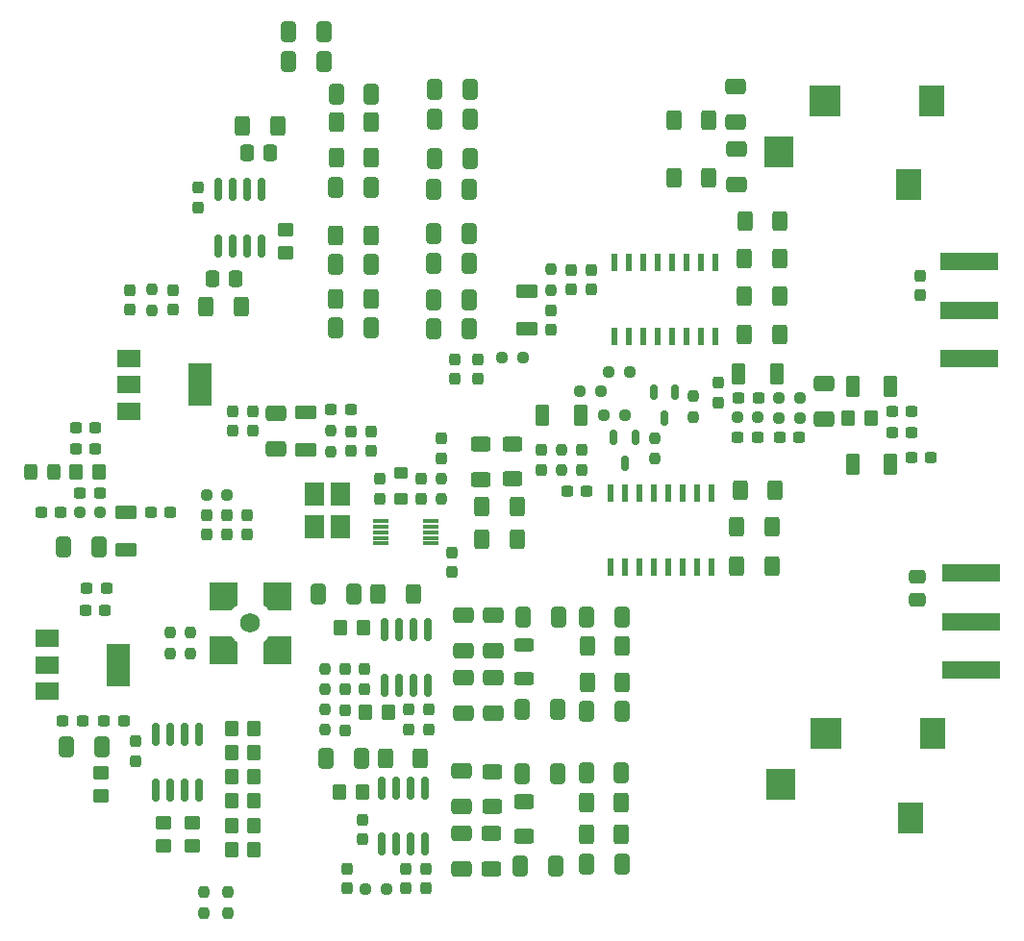
<source format=gbr>
%TF.GenerationSoftware,KiCad,Pcbnew,7.0.8*%
%TF.CreationDate,2023-11-11T12:02:15+01:00*%
%TF.ProjectId,Rhapsody_IQ,52686170-736f-4647-995f-49512e6b6963,rev?*%
%TF.SameCoordinates,Original*%
%TF.FileFunction,Paste,Top*%
%TF.FilePolarity,Positive*%
%FSLAX46Y46*%
G04 Gerber Fmt 4.6, Leading zero omitted, Abs format (unit mm)*
G04 Created by KiCad (PCBNEW 7.0.8) date 2023-11-11 12:02:15*
%MOMM*%
%LPD*%
G01*
G04 APERTURE LIST*
G04 Aperture macros list*
%AMRoundRect*
0 Rectangle with rounded corners*
0 $1 Rounding radius*
0 $2 $3 $4 $5 $6 $7 $8 $9 X,Y pos of 4 corners*
0 Add a 4 corners polygon primitive as box body*
4,1,4,$2,$3,$4,$5,$6,$7,$8,$9,$2,$3,0*
0 Add four circle primitives for the rounded corners*
1,1,$1+$1,$2,$3*
1,1,$1+$1,$4,$5*
1,1,$1+$1,$6,$7*
1,1,$1+$1,$8,$9*
0 Add four rect primitives between the rounded corners*
20,1,$1+$1,$2,$3,$4,$5,0*
20,1,$1+$1,$4,$5,$6,$7,0*
20,1,$1+$1,$6,$7,$8,$9,0*
20,1,$1+$1,$8,$9,$2,$3,0*%
G04 Aperture macros list end*
%ADD10C,0.001000*%
%ADD11RoundRect,0.137500X0.137500X-0.662500X0.137500X0.662500X-0.137500X0.662500X-0.137500X-0.662500X0*%
%ADD12RoundRect,0.250000X-0.412500X-0.650000X0.412500X-0.650000X0.412500X0.650000X-0.412500X0.650000X0*%
%ADD13RoundRect,0.237500X-0.237500X0.300000X-0.237500X-0.300000X0.237500X-0.300000X0.237500X0.300000X0*%
%ADD14RoundRect,0.250000X0.625000X-0.400000X0.625000X0.400000X-0.625000X0.400000X-0.625000X-0.400000X0*%
%ADD15RoundRect,0.250000X0.412500X0.650000X-0.412500X0.650000X-0.412500X-0.650000X0.412500X-0.650000X0*%
%ADD16RoundRect,0.250000X0.650000X-0.412500X0.650000X0.412500X-0.650000X0.412500X-0.650000X-0.412500X0*%
%ADD17RoundRect,0.237500X-0.237500X0.250000X-0.237500X-0.250000X0.237500X-0.250000X0.237500X0.250000X0*%
%ADD18RoundRect,0.237500X0.300000X0.237500X-0.300000X0.237500X-0.300000X-0.237500X0.300000X-0.237500X0*%
%ADD19RoundRect,0.237500X0.237500X-0.250000X0.237500X0.250000X-0.237500X0.250000X-0.237500X-0.250000X0*%
%ADD20RoundRect,0.237500X-0.300000X-0.237500X0.300000X-0.237500X0.300000X0.237500X-0.300000X0.237500X0*%
%ADD21RoundRect,0.150000X-0.150000X0.825000X-0.150000X-0.825000X0.150000X-0.825000X0.150000X0.825000X0*%
%ADD22RoundRect,0.250000X-0.400000X-0.625000X0.400000X-0.625000X0.400000X0.625000X-0.400000X0.625000X0*%
%ADD23R,1.400000X0.300000*%
%ADD24RoundRect,0.250000X-0.325000X-0.450000X0.325000X-0.450000X0.325000X0.450000X-0.325000X0.450000X0*%
%ADD25RoundRect,0.250000X-0.450000X0.350000X-0.450000X-0.350000X0.450000X-0.350000X0.450000X0.350000X0*%
%ADD26RoundRect,0.237500X-0.250000X-0.237500X0.250000X-0.237500X0.250000X0.237500X-0.250000X0.237500X0*%
%ADD27RoundRect,0.250000X0.362500X0.700000X-0.362500X0.700000X-0.362500X-0.700000X0.362500X-0.700000X0*%
%ADD28R,5.080000X1.500000*%
%ADD29RoundRect,0.250000X0.475000X-0.337500X0.475000X0.337500X-0.475000X0.337500X-0.475000X-0.337500X0*%
%ADD30R,1.800000X2.100000*%
%ADD31RoundRect,0.250000X0.400000X0.625000X-0.400000X0.625000X-0.400000X-0.625000X0.400000X-0.625000X0*%
%ADD32RoundRect,0.250000X0.350000X0.450000X-0.350000X0.450000X-0.350000X-0.450000X0.350000X-0.450000X0*%
%ADD33RoundRect,0.237500X0.250000X0.237500X-0.250000X0.237500X-0.250000X-0.237500X0.250000X-0.237500X0*%
%ADD34R,2.000000X1.500000*%
%ADD35R,2.000000X3.800000*%
%ADD36RoundRect,0.250000X-0.625000X0.400000X-0.625000X-0.400000X0.625000X-0.400000X0.625000X0.400000X0*%
%ADD37RoundRect,0.250000X-0.350000X-0.450000X0.350000X-0.450000X0.350000X0.450000X-0.350000X0.450000X0*%
%ADD38RoundRect,0.250000X-0.625000X0.312500X-0.625000X-0.312500X0.625000X-0.312500X0.625000X0.312500X0*%
%ADD39RoundRect,0.250000X-0.700000X0.362500X-0.700000X-0.362500X0.700000X-0.362500X0.700000X0.362500X0*%
%ADD40RoundRect,0.237500X0.237500X-0.300000X0.237500X0.300000X-0.237500X0.300000X-0.237500X-0.300000X0*%
%ADD41RoundRect,0.250000X0.700000X-0.362500X0.700000X0.362500X-0.700000X0.362500X-0.700000X-0.362500X0*%
%ADD42RoundRect,0.250000X0.450000X-0.350000X0.450000X0.350000X-0.450000X0.350000X-0.450000X-0.350000X0*%
%ADD43C,1.730000*%
%ADD44RoundRect,0.250000X-0.350000X0.275000X-0.350000X-0.275000X0.350000X-0.275000X0.350000X0.275000X0*%
%ADD45RoundRect,0.250000X-0.650000X0.412500X-0.650000X-0.412500X0.650000X-0.412500X0.650000X0.412500X0*%
%ADD46R,2.200000X2.800000*%
%ADD47R,2.800000X2.800000*%
%ADD48R,2.600000X2.800000*%
%ADD49RoundRect,0.250000X0.337500X0.475000X-0.337500X0.475000X-0.337500X-0.475000X0.337500X-0.475000X0*%
%ADD50RoundRect,0.150000X-0.150000X0.512500X-0.150000X-0.512500X0.150000X-0.512500X0.150000X0.512500X0*%
%ADD51RoundRect,0.150000X0.150000X-0.825000X0.150000X0.825000X-0.150000X0.825000X-0.150000X-0.825000X0*%
G04 APERTURE END LIST*
%TO.C,J401*%
D10*
X123890000Y-83056700D02*
X123763415Y-83152742D01*
X123538742Y-83377415D01*
X123442700Y-83504000D01*
X121540000Y-83504000D01*
X121540000Y-81149000D01*
X123890000Y-81149000D01*
X123890000Y-83056700D01*
G36*
X123890000Y-83056700D02*
G01*
X123763415Y-83152742D01*
X123538742Y-83377415D01*
X123442700Y-83504000D01*
X121540000Y-83504000D01*
X121540000Y-81149000D01*
X123890000Y-81149000D01*
X123890000Y-83056700D01*
G37*
X128650000Y-83504000D02*
X126747300Y-83504000D01*
X126651258Y-83377415D01*
X126426585Y-83152742D01*
X126300000Y-83056700D01*
X126300000Y-81149000D01*
X128650000Y-81149000D01*
X128650000Y-83504000D01*
G36*
X128650000Y-83504000D02*
G01*
X126747300Y-83504000D01*
X126651258Y-83377415D01*
X126426585Y-83152742D01*
X126300000Y-83056700D01*
X126300000Y-81149000D01*
X128650000Y-81149000D01*
X128650000Y-83504000D01*
G37*
X123538742Y-86040585D02*
X123763415Y-86265258D01*
X123890000Y-86361300D01*
X123890000Y-88269000D01*
X121540000Y-88269000D01*
X121540000Y-85914000D01*
X123442700Y-85914000D01*
X123538742Y-86040585D01*
G36*
X123538742Y-86040585D02*
G01*
X123763415Y-86265258D01*
X123890000Y-86361300D01*
X123890000Y-88269000D01*
X121540000Y-88269000D01*
X121540000Y-85914000D01*
X123442700Y-85914000D01*
X123538742Y-86040585D01*
G37*
X128650000Y-88269000D02*
X126300000Y-88269000D01*
X126300000Y-86361300D01*
X126426585Y-86265258D01*
X126651258Y-86040585D01*
X126747300Y-85914000D01*
X128650000Y-85914000D01*
X128650000Y-88269000D01*
G36*
X128650000Y-88269000D02*
G01*
X126300000Y-88269000D01*
X126300000Y-86361300D01*
X126426585Y-86265258D01*
X126651258Y-86040585D01*
X126747300Y-85914000D01*
X128650000Y-85914000D01*
X128650000Y-88269000D01*
G37*
%TD*%
D11*
%TO.C,U305*%
X156855000Y-79775000D03*
X158125000Y-79775000D03*
X159395000Y-79775000D03*
X160665000Y-79775000D03*
X161935000Y-79775000D03*
X163205000Y-79775000D03*
X164475000Y-79775000D03*
X165745000Y-79775000D03*
X165745000Y-73275000D03*
X164475000Y-73275000D03*
X163205000Y-73275000D03*
X161935000Y-73275000D03*
X160665000Y-73275000D03*
X159395000Y-73275000D03*
X158125000Y-73275000D03*
X156855000Y-73275000D03*
%TD*%
%TO.C,U203*%
X157205000Y-59425000D03*
X158475000Y-59425000D03*
X159745000Y-59425000D03*
X161015000Y-59425000D03*
X162285000Y-59425000D03*
X163555000Y-59425000D03*
X164825000Y-59425000D03*
X166095000Y-59425000D03*
X166095000Y-52925000D03*
X164825000Y-52925000D03*
X163555000Y-52925000D03*
X162285000Y-52925000D03*
X161015000Y-52925000D03*
X159745000Y-52925000D03*
X158475000Y-52925000D03*
X157205000Y-52925000D03*
%TD*%
D12*
%TO.C,C215*%
X132657000Y-46355000D03*
X135782000Y-46355000D03*
%TD*%
D13*
%TO.C,C210*%
X145131000Y-61468000D03*
X145131000Y-63193000D03*
%TD*%
%TO.C,C201*%
X114554000Y-55398500D03*
X114554000Y-57123500D03*
%TD*%
D14*
%TO.C,R327*%
X146431000Y-100891000D03*
X146431000Y-97791000D03*
%TD*%
D15*
%TO.C,C214*%
X144462900Y-37744400D03*
X141337900Y-37744400D03*
%TD*%
%TO.C,C326*%
X157899500Y-84201000D03*
X154774500Y-84201000D03*
%TD*%
D16*
%TO.C,C336*%
X143764000Y-100903500D03*
X143764000Y-97778500D03*
%TD*%
D13*
%TO.C,C209*%
X155194000Y-53632000D03*
X155194000Y-55357000D03*
%TD*%
D17*
%TO.C,R206*%
X151638000Y-53558500D03*
X151638000Y-55383500D03*
%TD*%
D18*
%TO.C,C102*%
X110336500Y-93345000D03*
X108611500Y-93345000D03*
%TD*%
D13*
%TO.C,C306*%
X140871500Y-92355500D03*
X140871500Y-94080500D03*
%TD*%
D16*
%TO.C,C329*%
X143891000Y-87122000D03*
X143891000Y-83997000D03*
%TD*%
D19*
%TO.C,R222*%
X164134800Y-66546100D03*
X164134800Y-64721100D03*
%TD*%
D13*
%TO.C,C208*%
X153416000Y-53632000D03*
X153416000Y-55357000D03*
%TD*%
D19*
%TO.C,R411*%
X123190000Y-110259500D03*
X123190000Y-108434500D03*
%TD*%
D17*
%TO.C,R308*%
X131727500Y-88747000D03*
X131727500Y-90572000D03*
%TD*%
D20*
%TO.C,C120*%
X183314000Y-70104000D03*
X185039000Y-70104000D03*
%TD*%
D21*
%TO.C,U501*%
X120650000Y-94491000D03*
X119380000Y-94491000D03*
X118110000Y-94491000D03*
X116840000Y-94491000D03*
X116840000Y-99441000D03*
X118110000Y-99441000D03*
X119380000Y-99441000D03*
X120650000Y-99441000D03*
%TD*%
D22*
%TO.C,R320*%
X154707500Y-100500000D03*
X157807500Y-100500000D03*
%TD*%
D23*
%TO.C,U403*%
X136611000Y-75708000D03*
X136611000Y-76208000D03*
X136611000Y-76708000D03*
X136611000Y-77208000D03*
X136611000Y-77708000D03*
X141011000Y-77708000D03*
X141011000Y-77208000D03*
X141011000Y-76708000D03*
X141011000Y-76208000D03*
X141011000Y-75708000D03*
%TD*%
D16*
%TO.C,C212*%
X167944800Y-46101800D03*
X167944800Y-42976800D03*
%TD*%
D15*
%TO.C,C104*%
X111798500Y-77989500D03*
X108673500Y-77989500D03*
%TD*%
D24*
%TO.C,D101*%
X105813000Y-71379000D03*
X107863000Y-71379000D03*
%TD*%
D25*
%TO.C,R501*%
X120015000Y-102316000D03*
X120015000Y-104316000D03*
%TD*%
D26*
%TO.C,R321*%
X156285000Y-66421000D03*
X158110000Y-66421000D03*
%TD*%
D22*
%TO.C,R316*%
X136372000Y-82169000D03*
X139472000Y-82169000D03*
%TD*%
D12*
%TO.C,C206*%
X128485500Y-35255200D03*
X131610500Y-35255200D03*
%TD*%
D27*
%TO.C,L302*%
X181494500Y-70739000D03*
X178169500Y-70739000D03*
%TD*%
D22*
%TO.C,R204*%
X162410000Y-45478000D03*
X165510000Y-45478000D03*
%TD*%
D28*
%TO.C,J102*%
X188566500Y-84582000D03*
X188566500Y-80332000D03*
X188566500Y-88832000D03*
%TD*%
D29*
%TO.C,C324*%
X183845200Y-82673100D03*
X183845200Y-80598100D03*
%TD*%
D14*
%TO.C,R413*%
X145448000Y-72056000D03*
X145448000Y-68956000D03*
%TD*%
D28*
%TO.C,J104*%
X188439500Y-57150000D03*
X188439500Y-52900000D03*
X188439500Y-61400000D03*
%TD*%
D12*
%TO.C,C323*%
X149059500Y-92329000D03*
X152184500Y-92329000D03*
%TD*%
D15*
%TO.C,C204*%
X144456500Y-43789600D03*
X141331500Y-43789600D03*
%TD*%
D22*
%TO.C,R324*%
X137007000Y-96647000D03*
X140107000Y-96647000D03*
%TD*%
%TO.C,R322*%
X154707500Y-103300000D03*
X157807500Y-103300000D03*
%TD*%
D30*
%TO.C,U404*%
X133103000Y-76253000D03*
X133103000Y-73353000D03*
X130803000Y-73353000D03*
X130803000Y-76253000D03*
%TD*%
D27*
%TO.C,L301*%
X154189500Y-66421000D03*
X150864500Y-66421000D03*
%TD*%
D12*
%TO.C,C222*%
X128485500Y-32664400D03*
X131610500Y-32664400D03*
%TD*%
D18*
%TO.C,C408*%
X111481000Y-67550000D03*
X109756000Y-67550000D03*
%TD*%
D13*
%TO.C,C305*%
X139065000Y-92355500D03*
X139065000Y-94080500D03*
%TD*%
D12*
%TO.C,C322*%
X149186500Y-84201000D03*
X152311500Y-84201000D03*
%TD*%
D31*
%TO.C,R216*%
X171780800Y-49326800D03*
X168680800Y-49326800D03*
%TD*%
D13*
%TO.C,C301*%
X133632500Y-106376300D03*
X133632500Y-108101300D03*
%TD*%
D22*
%TO.C,R312*%
X167966500Y-79697000D03*
X171066500Y-79697000D03*
%TD*%
D32*
%TO.C,R103*%
X111791000Y-71379000D03*
X109791000Y-71379000D03*
%TD*%
D20*
%TO.C,C415*%
X132233500Y-65886500D03*
X133958500Y-65886500D03*
%TD*%
D33*
%TO.C,R108*%
X169822500Y-66548000D03*
X167997500Y-66548000D03*
%TD*%
D34*
%TO.C,U402*%
X114427000Y-61440000D03*
X114427000Y-63740000D03*
D35*
X120727000Y-63740000D03*
D34*
X114427000Y-66040000D03*
%TD*%
D32*
%TO.C,JP302*%
X135096000Y-85090000D03*
X133096000Y-85090000D03*
%TD*%
D13*
%TO.C,C318*%
X166370000Y-63551900D03*
X166370000Y-65276900D03*
%TD*%
D21*
%TO.C,U301*%
X140792200Y-85256600D03*
X139522200Y-85256600D03*
X138252200Y-85256600D03*
X136982200Y-85256600D03*
X136982200Y-90206600D03*
X138252200Y-90206600D03*
X139522200Y-90206600D03*
X140792200Y-90206600D03*
%TD*%
D13*
%TO.C,C317*%
X150749000Y-69469000D03*
X150749000Y-71194000D03*
%TD*%
D31*
%TO.C,R205*%
X135794900Y-40589200D03*
X132694900Y-40589200D03*
%TD*%
D22*
%TO.C,R408*%
X145516000Y-74422000D03*
X148616000Y-74422000D03*
%TD*%
D16*
%TO.C,C117*%
X175641000Y-66713500D03*
X175641000Y-63588500D03*
%TD*%
D22*
%TO.C,R317*%
X168249000Y-73025000D03*
X171349000Y-73025000D03*
%TD*%
D36*
%TO.C,R326*%
X146351000Y-103270000D03*
X146351000Y-106370000D03*
%TD*%
D37*
%TO.C,R506*%
X123460000Y-94045000D03*
X125460000Y-94045000D03*
%TD*%
D33*
%TO.C,R220*%
X158519500Y-62611000D03*
X156694500Y-62611000D03*
%TD*%
D20*
%TO.C,C107*%
X116382000Y-74941500D03*
X118107000Y-74941500D03*
%TD*%
D13*
%TO.C,C211*%
X143129000Y-61468000D03*
X143129000Y-63193000D03*
%TD*%
D38*
%TO.C,R315*%
X149225000Y-86675500D03*
X149225000Y-89600500D03*
%TD*%
D18*
%TO.C,C109*%
X108431500Y-74941500D03*
X106706500Y-74941500D03*
%TD*%
%TO.C,C108*%
X111860500Y-73279000D03*
X110135500Y-73279000D03*
%TD*%
D39*
%TO.C,L401*%
X130048000Y-66129000D03*
X130048000Y-69454000D03*
%TD*%
D16*
%TO.C,C409*%
X127381000Y-69354000D03*
X127381000Y-66229000D03*
%TD*%
D34*
%TO.C,U101*%
X107213000Y-86092000D03*
X107213000Y-88392000D03*
D35*
X113513000Y-88392000D03*
D34*
X107213000Y-90692000D03*
%TD*%
D12*
%TO.C,C228*%
X132618500Y-58674000D03*
X135743500Y-58674000D03*
%TD*%
D40*
%TO.C,C314*%
X135156500Y-90522000D03*
X135156500Y-88797000D03*
%TD*%
D37*
%TO.C,R508*%
X123476000Y-98236000D03*
X125476000Y-98236000D03*
%TD*%
D19*
%TO.C,R406*%
X132207000Y-69593000D03*
X132207000Y-67768000D03*
%TD*%
D12*
%TO.C,C334*%
X131816000Y-96647000D03*
X134941000Y-96647000D03*
%TD*%
D32*
%TO.C,R503*%
X125460000Y-102554000D03*
X123460000Y-102554000D03*
%TD*%
D26*
%TO.C,R301*%
X135260000Y-108127800D03*
X137085000Y-108127800D03*
%TD*%
D41*
%TO.C,L101*%
X114173000Y-78255000D03*
X114173000Y-74930000D03*
%TD*%
D15*
%TO.C,C226*%
X144418000Y-53000000D03*
X141293000Y-53000000D03*
%TD*%
D13*
%TO.C,C304*%
X133477000Y-92420500D03*
X133477000Y-94145500D03*
%TD*%
D12*
%TO.C,C227*%
X132618500Y-53086000D03*
X135743500Y-53086000D03*
%TD*%
D13*
%TO.C,C418*%
X124841000Y-75210500D03*
X124841000Y-76935500D03*
%TD*%
D36*
%TO.C,R323*%
X149225000Y-100419500D03*
X149225000Y-103519500D03*
%TD*%
D22*
%TO.C,R409*%
X145542000Y-77343000D03*
X148642000Y-77343000D03*
%TD*%
%TO.C,R311*%
X154787000Y-86741000D03*
X157887000Y-86741000D03*
%TD*%
D19*
%TO.C,R325*%
X160782000Y-70254500D03*
X160782000Y-68429500D03*
%TD*%
D15*
%TO.C,C223*%
X144437500Y-56250000D03*
X141312500Y-56250000D03*
%TD*%
D40*
%TO.C,C313*%
X133477000Y-90524500D03*
X133477000Y-88799500D03*
%TD*%
%TO.C,C416*%
X141986000Y-70204500D03*
X141986000Y-68479500D03*
%TD*%
D22*
%TO.C,R213*%
X162410000Y-40398000D03*
X165510000Y-40398000D03*
%TD*%
D13*
%TO.C,C316*%
X154305000Y-69495500D03*
X154305000Y-71220500D03*
%TD*%
D27*
%TO.C,L202*%
X181494500Y-63881000D03*
X178169500Y-63881000D03*
%TD*%
D40*
%TO.C,C406*%
X140208000Y-73760500D03*
X140208000Y-72035500D03*
%TD*%
D15*
%TO.C,C325*%
X157899500Y-92456000D03*
X154774500Y-92456000D03*
%TD*%
D32*
%TO.C,R504*%
X125460000Y-100395000D03*
X123460000Y-100395000D03*
%TD*%
D42*
%TO.C,R101*%
X112014000Y-99933000D03*
X112014000Y-97933000D03*
%TD*%
D31*
%TO.C,R219*%
X124337500Y-56834000D03*
X121237500Y-56834000D03*
%TD*%
D43*
%TO.C,J401*%
X125095000Y-84709000D03*
%TD*%
D40*
%TO.C,C414*%
X136525000Y-73760500D03*
X136525000Y-72035500D03*
%TD*%
D18*
%TO.C,C118*%
X173455500Y-68326000D03*
X171730500Y-68326000D03*
%TD*%
D25*
%TO.C,R505*%
X117475000Y-102316000D03*
X117475000Y-104316000D03*
%TD*%
D44*
%TO.C,L402*%
X138430000Y-71494000D03*
X138430000Y-73794000D03*
%TD*%
D22*
%TO.C,R210*%
X168627500Y-59309000D03*
X171727500Y-59309000D03*
%TD*%
D12*
%TO.C,C330*%
X149059500Y-98032500D03*
X152184500Y-98032500D03*
%TD*%
D18*
%TO.C,C105*%
X112469000Y-81661000D03*
X110744000Y-81661000D03*
%TD*%
D17*
%TO.C,R304*%
X131727500Y-92303000D03*
X131727500Y-94128000D03*
%TD*%
D15*
%TO.C,C101*%
X112052500Y-95631000D03*
X108927500Y-95631000D03*
%TD*%
D45*
%TO.C,C335*%
X143764000Y-103239500D03*
X143764000Y-106364500D03*
%TD*%
D20*
%TO.C,C321*%
X153035000Y-73107500D03*
X154760000Y-73107500D03*
%TD*%
D32*
%TO.C,JP301*%
X134985000Y-99568000D03*
X132985000Y-99568000D03*
%TD*%
D13*
%TO.C,C217*%
X151638000Y-57188000D03*
X151638000Y-58913000D03*
%TD*%
D14*
%TO.C,R414*%
X148209000Y-72035000D03*
X148209000Y-68935000D03*
%TD*%
D46*
%TO.C,J103*%
X185104000Y-38730000D03*
D47*
X175704000Y-38730000D03*
D46*
X183104000Y-46130000D03*
D48*
X171704000Y-43180000D03*
%TD*%
D15*
%TO.C,C207*%
X144475400Y-40335200D03*
X141350400Y-40335200D03*
%TD*%
D45*
%TO.C,R318*%
X146558000Y-89496500D03*
X146558000Y-92621500D03*
%TD*%
D15*
%TO.C,C333*%
X157820000Y-97900000D03*
X154695000Y-97900000D03*
%TD*%
D20*
%TO.C,C119*%
X181636500Y-67945000D03*
X183361500Y-67945000D03*
%TD*%
D40*
%TO.C,C501*%
X115062000Y-96874500D03*
X115062000Y-95149500D03*
%TD*%
%TO.C,C412*%
X133985000Y-69569500D03*
X133985000Y-67844500D03*
%TD*%
D37*
%TO.C,R507*%
X123460000Y-96139000D03*
X125460000Y-96139000D03*
%TD*%
D17*
%TO.C,R310*%
X152527000Y-69445500D03*
X152527000Y-71270500D03*
%TD*%
D31*
%TO.C,R215*%
X135731000Y-56134000D03*
X132631000Y-56134000D03*
%TD*%
D19*
%TO.C,R407*%
X141986000Y-73787000D03*
X141986000Y-71962000D03*
%TD*%
D15*
%TO.C,C225*%
X144418000Y-58750000D03*
X141293000Y-58750000D03*
%TD*%
D22*
%TO.C,R211*%
X168627500Y-55948000D03*
X171727500Y-55948000D03*
%TD*%
D16*
%TO.C,R319*%
X146558000Y-87122000D03*
X146558000Y-83997000D03*
%TD*%
D42*
%TO.C,JP201*%
X128270000Y-52104000D03*
X128270000Y-50104000D03*
%TD*%
D18*
%TO.C,C407*%
X111479500Y-69342000D03*
X109754500Y-69342000D03*
%TD*%
D31*
%TO.C,R209*%
X127534000Y-40894000D03*
X124434000Y-40894000D03*
%TD*%
D15*
%TO.C,C213*%
X144437500Y-46482000D03*
X141312500Y-46482000D03*
%TD*%
D31*
%TO.C,R202*%
X135795500Y-43688000D03*
X132695500Y-43688000D03*
%TD*%
D49*
%TO.C,C230*%
X123846500Y-54421000D03*
X121771500Y-54421000D03*
%TD*%
D33*
%TO.C,R107*%
X173505500Y-66675000D03*
X171680500Y-66675000D03*
%TD*%
D12*
%TO.C,C216*%
X132682400Y-38100000D03*
X135807400Y-38100000D03*
%TD*%
D33*
%TO.C,R102*%
X111934000Y-74930000D03*
X110109000Y-74930000D03*
%TD*%
D50*
%TO.C,Q201*%
X162560000Y-64394500D03*
X160660000Y-64394500D03*
X161610000Y-66669500D03*
%TD*%
D21*
%TO.C,U302*%
X140538200Y-99226600D03*
X139268200Y-99226600D03*
X137998200Y-99226600D03*
X136728200Y-99226600D03*
X136728200Y-104176600D03*
X137998200Y-104176600D03*
X139268200Y-104176600D03*
X140538200Y-104176600D03*
%TD*%
D31*
%TO.C,R212*%
X135731000Y-50546000D03*
X132631000Y-50546000D03*
%TD*%
D20*
%TO.C,C319*%
X168149100Y-64897000D03*
X169874100Y-64897000D03*
%TD*%
D37*
%TO.C,R106*%
X177800000Y-66675000D03*
X179800000Y-66675000D03*
%TD*%
D15*
%TO.C,C220*%
X144437500Y-50419000D03*
X141312500Y-50419000D03*
%TD*%
D13*
%TO.C,C302*%
X138811000Y-106367300D03*
X138811000Y-108092300D03*
%TD*%
D12*
%TO.C,C327*%
X131142500Y-82169000D03*
X134267500Y-82169000D03*
%TD*%
D51*
%TO.C,U201*%
X122301000Y-51497000D03*
X123571000Y-51497000D03*
X124841000Y-51497000D03*
X126111000Y-51497000D03*
X126111000Y-46547000D03*
X124841000Y-46547000D03*
X123571000Y-46547000D03*
X122301000Y-46547000D03*
%TD*%
D18*
%TO.C,C106*%
X112345000Y-83566000D03*
X110620000Y-83566000D03*
%TD*%
D19*
%TO.C,R413*%
X119888000Y-87399500D03*
X119888000Y-85574500D03*
%TD*%
D20*
%TO.C,C103*%
X112251000Y-93345000D03*
X113976000Y-93345000D03*
%TD*%
D40*
%TO.C,C411*%
X123571000Y-67765000D03*
X123571000Y-66040000D03*
%TD*%
D13*
%TO.C,C419*%
X121285000Y-75210500D03*
X121285000Y-76935500D03*
%TD*%
D22*
%TO.C,R214*%
X168627500Y-52578000D03*
X171727500Y-52578000D03*
%TD*%
D26*
%TO.C,R414*%
X121261500Y-73406000D03*
X123086500Y-73406000D03*
%TD*%
D19*
%TO.C,R412*%
X118110000Y-87399500D03*
X118110000Y-85574500D03*
%TD*%
D20*
%TO.C,C121*%
X181636500Y-66040000D03*
X183361500Y-66040000D03*
%TD*%
D27*
%TO.C,L102*%
X171461500Y-62738000D03*
X168136500Y-62738000D03*
%TD*%
D19*
%TO.C,R410*%
X121031000Y-110259500D03*
X121031000Y-108434500D03*
%TD*%
D40*
%TO.C,C116*%
X184150000Y-55853500D03*
X184150000Y-54128500D03*
%TD*%
%TO.C,C413*%
X135763000Y-69543000D03*
X135763000Y-67818000D03*
%TD*%
D15*
%TO.C,C332*%
X157862500Y-105975000D03*
X154737500Y-105975000D03*
%TD*%
D13*
%TO.C,C420*%
X123063000Y-75210500D03*
X123063000Y-76935500D03*
%TD*%
D26*
%TO.C,R105*%
X171680500Y-64897000D03*
X173505500Y-64897000D03*
%TD*%
D32*
%TO.C,R502*%
X125460000Y-104713000D03*
X123460000Y-104713000D03*
%TD*%
D40*
%TO.C,C410*%
X125349000Y-67765000D03*
X125349000Y-66040000D03*
%TD*%
D13*
%TO.C,C202*%
X118364000Y-55398500D03*
X118364000Y-57123500D03*
%TD*%
D16*
%TO.C,C224*%
X167871000Y-40563500D03*
X167871000Y-37438500D03*
%TD*%
D22*
%TO.C,R313*%
X154787000Y-89916000D03*
X157887000Y-89916000D03*
%TD*%
D13*
%TO.C,C417*%
X142875000Y-78512500D03*
X142875000Y-80237500D03*
%TD*%
D50*
%TO.C,Q301*%
X159036500Y-68326000D03*
X157136500Y-68326000D03*
X158086500Y-70601000D03*
%TD*%
D19*
%TO.C,R201*%
X116459000Y-57173500D03*
X116459000Y-55348500D03*
%TD*%
D20*
%TO.C,C122*%
X168047500Y-68326000D03*
X169772500Y-68326000D03*
%TD*%
D46*
%TO.C,J101*%
X185250000Y-94471000D03*
D47*
X175850000Y-94471000D03*
D46*
X183250000Y-101871000D03*
D48*
X171850000Y-98921000D03*
%TD*%
D12*
%TO.C,C331*%
X148932500Y-106160500D03*
X152057500Y-106160500D03*
%TD*%
D41*
%TO.C,L201*%
X149479000Y-58824000D03*
X149479000Y-55499000D03*
%TD*%
D45*
%TO.C,C328*%
X143891000Y-89496500D03*
X143891000Y-92621500D03*
%TD*%
D37*
%TO.C,R302*%
X135287000Y-92583000D03*
X137287000Y-92583000D03*
%TD*%
D40*
%TO.C,C315*%
X135001000Y-103759000D03*
X135001000Y-102034000D03*
%TD*%
D49*
%TO.C,C219*%
X126894500Y-43307000D03*
X124819500Y-43307000D03*
%TD*%
D33*
%TO.C,R309*%
X155979500Y-64262000D03*
X154154500Y-64262000D03*
%TD*%
D13*
%TO.C,C203*%
X120523000Y-46381500D03*
X120523000Y-48106500D03*
%TD*%
D31*
%TO.C,R314*%
X171066500Y-76268000D03*
X167966500Y-76268000D03*
%TD*%
D26*
%TO.C,R203*%
X147296500Y-61341000D03*
X149121500Y-61341000D03*
%TD*%
D13*
%TO.C,C303*%
X140589000Y-106367300D03*
X140589000Y-108092300D03*
%TD*%
M02*

</source>
